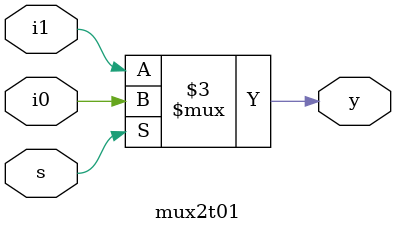
<source format=v>

module mux2t01(
input i1,i0,s,//inputs i1 and i2 Signal s
output reg y
    );
    always @(*)
    begin
    if(s)
    y=i0;
    else
    y=i1;    
    end
endmodule

</source>
